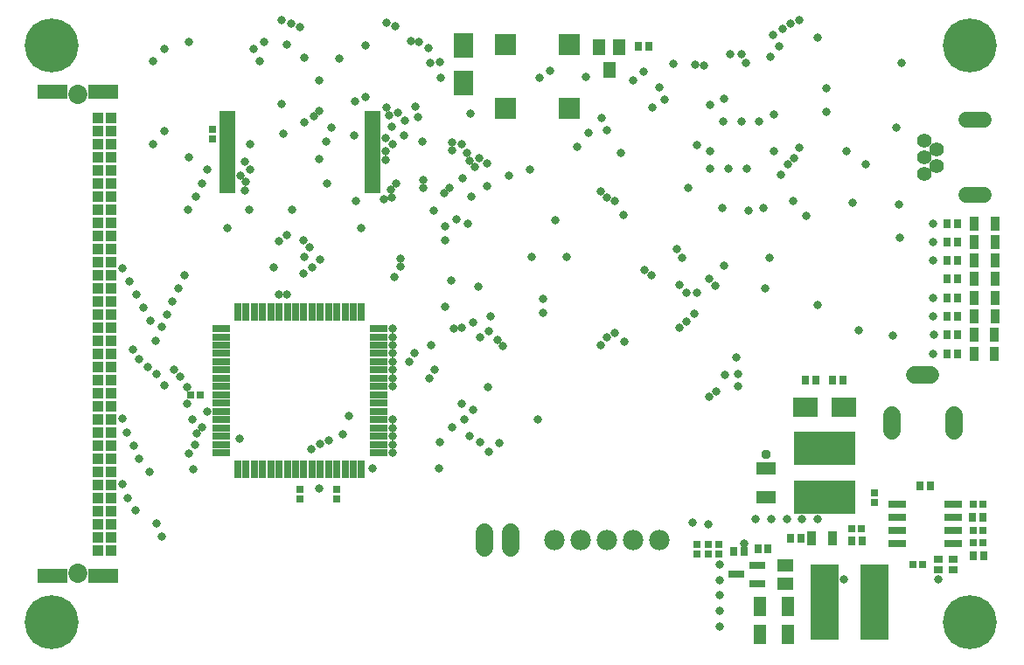
<source format=gbr>
G04 EAGLE Gerber RS-274X export*
G75*
%MOMM*%
%FSLAX34Y34*%
%LPD*%
%INSoldermask Top*%
%IPPOS*%
%AMOC8*
5,1,8,0,0,1.08239X$1,22.5*%
G01*
G04 Define Apertures*
%ADD10C,1.511200*%
%ADD11C,1.411200*%
%ADD12R,1.663700X0.762000*%
%ADD13R,1.623400X1.234400*%
%ADD14R,0.738300X0.847200*%
%ADD15R,0.847200X0.738300*%
%ADD16R,0.762000X0.711200*%
%ADD17R,0.711200X0.762000*%
%ADD18R,0.914400X1.447800*%
%ADD19R,1.524000X0.762000*%
%ADD20C,1.711200*%
%ADD21R,2.383600X1.833200*%
%ADD22R,0.763200X0.832300*%
%ADD23R,1.955800X1.168400*%
%ADD24R,1.168400X1.955800*%
%ADD25R,5.892800X3.203200*%
%ADD26R,2.703200X7.303200*%
%ADD27R,0.711200X1.676400*%
%ADD28R,1.676400X0.711200*%
%ADD29C,1.981200*%
%ADD30C,1.727200*%
%ADD31R,2.003200X2.003200*%
%ADD32R,1.833200X2.383600*%
%ADD33R,1.612900X0.482600*%
%ADD34R,1.203200X1.603200*%
%ADD35C,1.853200*%
%ADD36R,2.903200X1.403200*%
%ADD37R,1.003200X1.003200*%
%ADD38C,0.809600*%
%ADD39C,0.959600*%
%ADD40C,5.219200*%
D10*
X941200Y451996D02*
X923800Y451996D01*
X923800Y524996D02*
X941200Y524996D01*
D11*
X883000Y472496D03*
X895500Y480496D03*
X883000Y488496D03*
X895500Y496496D03*
X883000Y504496D03*
D12*
X856720Y152826D03*
X856720Y140126D03*
X856720Y127426D03*
X856720Y114726D03*
X911202Y114726D03*
X911202Y127426D03*
X911202Y140126D03*
X911202Y152826D03*
D13*
X748713Y75064D03*
X748713Y93454D03*
D14*
X778318Y272531D03*
X768168Y272531D03*
X698564Y106421D03*
X708714Y106421D03*
X763728Y119149D03*
X753578Y119149D03*
D15*
X897170Y99324D03*
X897170Y89174D03*
X911185Y89244D03*
X911185Y99394D03*
D14*
X930397Y102433D03*
X940547Y102433D03*
D16*
X834768Y163661D03*
X834768Y154263D03*
D17*
X939975Y152837D03*
X930577Y152837D03*
D16*
X663415Y103879D03*
X663415Y113277D03*
X684187Y103839D03*
X684187Y113237D03*
X673795Y103882D03*
X673795Y113280D03*
D14*
X804458Y272531D03*
X794308Y272531D03*
D17*
X881696Y94367D03*
X872298Y94367D03*
D14*
X813302Y117003D03*
X823452Y117003D03*
X879110Y170363D03*
X889260Y170363D03*
D17*
X822669Y128703D03*
X813271Y128703D03*
X940100Y127378D03*
X930702Y127378D03*
X940178Y115194D03*
X930780Y115194D03*
D14*
X930028Y140125D03*
X940178Y140125D03*
D18*
X794546Y119021D03*
X774480Y119021D03*
D19*
X721720Y75194D03*
X721720Y93482D03*
X701400Y84338D03*
D20*
X851812Y223363D02*
X851812Y238443D01*
X911812Y238443D02*
X911812Y223363D01*
X889352Y277903D02*
X874272Y277903D01*
D21*
X767934Y246175D03*
X805078Y246175D03*
D22*
X731851Y108869D03*
X722159Y108869D03*
D23*
X729765Y187026D03*
X729765Y159594D03*
D24*
X724184Y26512D03*
X751616Y26512D03*
X724092Y53514D03*
X751524Y53514D03*
D25*
X786506Y159297D03*
X786506Y206287D03*
D26*
X787081Y57998D03*
X835081Y57998D03*
D27*
X218590Y186295D03*
X226464Y186295D03*
X234592Y186295D03*
X242466Y186295D03*
X250594Y186295D03*
X258468Y186295D03*
X266596Y186295D03*
X274470Y186295D03*
X282598Y186295D03*
X290472Y186295D03*
X298600Y186295D03*
X306474Y186295D03*
X314602Y186295D03*
X322476Y186295D03*
X330604Y186295D03*
X338478Y186295D03*
D28*
X354734Y202551D03*
X354734Y210425D03*
X354734Y218553D03*
X354734Y226427D03*
X354734Y234555D03*
X354734Y242429D03*
X354734Y250557D03*
X354734Y258431D03*
X354734Y266559D03*
X354734Y274433D03*
X354734Y282561D03*
X354734Y290435D03*
X354734Y298563D03*
X354734Y306437D03*
X354734Y314565D03*
X354734Y322439D03*
D27*
X338478Y338695D03*
X330604Y338695D03*
X322476Y338695D03*
X314602Y338695D03*
X306474Y338695D03*
X298600Y338695D03*
X290472Y338695D03*
X282598Y338695D03*
X274470Y338695D03*
X266596Y338695D03*
X258468Y338695D03*
X250594Y338695D03*
X242466Y338695D03*
X234592Y338695D03*
X226464Y338695D03*
X218590Y338695D03*
D28*
X202334Y322439D03*
X202334Y314565D03*
X202334Y306437D03*
X202334Y298563D03*
X202334Y290435D03*
X202334Y282561D03*
X202334Y274433D03*
X202334Y266559D03*
X202334Y258431D03*
X202334Y250557D03*
X202334Y242429D03*
X202334Y234555D03*
X202334Y226427D03*
X202334Y218553D03*
X202334Y210425D03*
X202334Y202551D03*
D29*
X626659Y117860D03*
X601259Y117860D03*
X575859Y117860D03*
X550459Y117860D03*
X525059Y117860D03*
D30*
X483170Y125446D02*
X483170Y110206D01*
X457770Y110206D02*
X457770Y125446D01*
D31*
X478141Y597433D03*
X539641Y597433D03*
X539641Y535933D03*
X478141Y535933D03*
D14*
X606632Y595755D03*
X616782Y595755D03*
D32*
X436958Y597339D03*
X436958Y560195D03*
D16*
X278642Y167251D03*
X278642Y157853D03*
X314712Y167251D03*
X314712Y157853D03*
D17*
X182469Y258466D03*
X173071Y258466D03*
D33*
X208868Y531317D03*
X208868Y526317D03*
X208868Y521317D03*
X208868Y516317D03*
X208868Y511317D03*
X208868Y506317D03*
X208868Y501317D03*
X208868Y496317D03*
X208868Y491317D03*
X208868Y486317D03*
X208868Y481317D03*
X208868Y476317D03*
X208868Y471317D03*
X208868Y466317D03*
X208868Y461317D03*
X208868Y456317D03*
X348868Y456317D03*
X348868Y461317D03*
X348868Y466317D03*
X348868Y471317D03*
X348868Y476317D03*
X348868Y481317D03*
X348868Y486317D03*
X348868Y491317D03*
X348868Y496317D03*
X348868Y501317D03*
X348868Y506317D03*
X348868Y511317D03*
X348868Y516317D03*
X348868Y521317D03*
X348868Y526317D03*
X348868Y531317D03*
D34*
X578220Y573525D03*
X568720Y595525D03*
X587720Y595525D03*
D35*
X63500Y549150D03*
X63500Y85850D03*
D36*
X88000Y552000D03*
X39000Y552000D03*
X88000Y83000D03*
X39000Y83000D03*
D37*
X96200Y527050D03*
X96200Y514350D03*
X96200Y501650D03*
X96200Y488950D03*
X96200Y476250D03*
X96200Y463550D03*
X96200Y450850D03*
X96200Y438150D03*
X96200Y425450D03*
X96200Y412750D03*
X96200Y400050D03*
X96200Y387350D03*
X96200Y374650D03*
X96200Y361950D03*
X96200Y349250D03*
X96200Y336550D03*
X96200Y323850D03*
X96200Y311150D03*
X96200Y298450D03*
X96200Y285750D03*
X96200Y273050D03*
X96200Y260350D03*
X96200Y247650D03*
X96200Y234950D03*
X96200Y222250D03*
X96200Y209550D03*
X96200Y196850D03*
X96200Y184150D03*
X96200Y158750D03*
X96200Y146050D03*
X96200Y133350D03*
X96200Y120650D03*
X96200Y107950D03*
X83500Y527050D03*
X83500Y514350D03*
X83500Y501650D03*
X83500Y488950D03*
X83500Y476250D03*
X83500Y463550D03*
X83500Y450850D03*
X83500Y438150D03*
X83500Y425450D03*
X83500Y412750D03*
X83500Y400050D03*
X83500Y387350D03*
X83500Y374650D03*
X83500Y361950D03*
X83500Y349250D03*
X83500Y336550D03*
X83500Y323850D03*
X83500Y311150D03*
X83500Y298450D03*
X83500Y285750D03*
X83500Y273050D03*
X83500Y260350D03*
X83500Y247650D03*
X83500Y234950D03*
X83500Y222250D03*
X83500Y209550D03*
X83500Y196850D03*
X83500Y184150D03*
X83500Y171450D03*
X83500Y158750D03*
X83500Y146050D03*
X83500Y133350D03*
X83500Y120650D03*
X83500Y107950D03*
X96200Y171450D03*
D18*
X951484Y424583D03*
X931418Y424583D03*
X951478Y298439D03*
X931412Y298439D03*
X951462Y316495D03*
X931396Y316495D03*
X951484Y334481D03*
X931418Y334481D03*
X951484Y352674D03*
X931418Y352674D03*
X951484Y370662D03*
X931418Y370662D03*
X951484Y388612D03*
X931418Y388612D03*
X951484Y406647D03*
X931418Y406647D03*
D14*
X905376Y424583D03*
X915526Y424583D03*
X905376Y406647D03*
X915526Y406647D03*
X905376Y388612D03*
X915526Y388612D03*
X905376Y370662D03*
X915526Y370662D03*
X905376Y352674D03*
X915526Y352674D03*
X905376Y334481D03*
X915526Y334481D03*
X905376Y316495D03*
X915526Y316495D03*
X905376Y298439D03*
X915526Y298439D03*
D16*
X193834Y506669D03*
X193834Y516067D03*
D38*
X673807Y132831D03*
X756408Y446640D03*
X727379Y439112D03*
X814106Y444354D03*
X687392Y439205D03*
X675541Y539074D03*
X737762Y494735D03*
X737819Y530159D03*
X788406Y555094D03*
X675796Y494637D03*
X297246Y167321D03*
X643683Y399889D03*
X331603Y509866D03*
X788486Y532660D03*
X521192Y571987D03*
X510912Y565494D03*
X297790Y562789D03*
X415220Y565494D03*
X780000Y137891D03*
X765000Y137891D03*
X750000Y137891D03*
X735000Y137891D03*
X720000Y137891D03*
X685201Y94001D03*
X685201Y79001D03*
X685201Y64001D03*
X685201Y49001D03*
X685201Y34001D03*
X589453Y493149D03*
X220506Y215826D03*
X169601Y249511D03*
X705948Y522935D03*
X253512Y381959D03*
X229986Y438066D03*
X271459Y437463D03*
X729463Y361743D03*
X689301Y383663D03*
X669980Y577830D03*
X688297Y522935D03*
X723301Y522935D03*
X693844Y477834D03*
X676194Y477834D03*
X711198Y477834D03*
X536634Y391749D03*
X503142Y391749D03*
X297250Y487128D03*
X706487Y588280D03*
X341981Y547339D03*
X689755Y545409D03*
X713527Y436812D03*
X734304Y585673D03*
X826526Y481862D03*
X807976Y494159D03*
X859174Y442851D03*
X859702Y410923D03*
X780025Y345748D03*
X861285Y579797D03*
D39*
X729765Y201095D03*
D40*
X927100Y38100D03*
X927100Y596900D03*
X38100Y596900D03*
X38100Y38100D03*
D38*
X780303Y604405D03*
X695445Y588280D03*
X742876Y596453D03*
X805300Y79514D03*
X897120Y79514D03*
X856017Y517361D03*
X547321Y498908D03*
X601453Y562726D03*
X626862Y556375D03*
X663396Y500832D03*
X661286Y578378D03*
X304352Y504204D03*
X309225Y517385D03*
X508836Y234332D03*
X654514Y458510D03*
X640130Y578859D03*
X708924Y114522D03*
X659176Y134468D03*
X632132Y544429D03*
X372041Y463459D03*
X397917Y466727D03*
X386358Y601092D03*
X367159Y457610D03*
X398147Y459139D03*
X393946Y600472D03*
X426543Y503121D03*
X367864Y450022D03*
X423696Y458928D03*
X435462Y501656D03*
X360276Y448278D03*
X418269Y453624D03*
X337822Y420144D03*
X208876Y420157D03*
X419375Y421570D03*
X440227Y492380D03*
X368486Y322559D03*
X225721Y456275D03*
X430326Y428196D03*
X428046Y322532D03*
X444405Y450871D03*
X368486Y314565D03*
X226031Y464918D03*
X453206Y314307D03*
X460388Y460947D03*
X368486Y306437D03*
X406176Y306775D03*
X221313Y470999D03*
X408235Y436892D03*
X405355Y580150D03*
X368486Y298563D03*
X389604Y298563D03*
X278673Y615082D03*
X746470Y613073D03*
X370977Y615534D03*
X750917Y481719D03*
X753975Y618391D03*
X368486Y290303D03*
X270274Y618372D03*
X362492Y618760D03*
X384286Y290303D03*
X757203Y487958D03*
X368486Y282584D03*
X409552Y282567D03*
X414138Y581241D03*
X316609Y584426D03*
X368486Y274433D03*
X403808Y273977D03*
X266151Y598132D03*
X403087Y594376D03*
X368486Y266559D03*
X230515Y476317D03*
X460823Y265980D03*
X481528Y470512D03*
X514439Y351751D03*
X298600Y210441D03*
X514241Y338106D03*
X305018Y463389D03*
X333260Y445999D03*
X501072Y476551D03*
X306474Y214335D03*
X662964Y356964D03*
X660342Y337080D03*
X362018Y486317D03*
X459853Y482267D03*
X463238Y334168D03*
X653450Y329200D03*
X320573Y219897D03*
X446777Y244171D03*
X653450Y357057D03*
X448327Y479342D03*
X446408Y328885D03*
X362018Y494824D03*
X646087Y364799D03*
X326074Y237974D03*
X435634Y323568D03*
X435779Y250111D03*
X646087Y323882D03*
X368631Y501307D03*
X442936Y484792D03*
X583192Y318213D03*
X348797Y186845D03*
X413446Y186827D03*
X414365Y212657D03*
X453352Y212657D03*
X583224Y446568D03*
X426543Y495533D03*
X362105Y507019D03*
X461313Y320484D03*
X575604Y313882D03*
X461935Y203212D03*
X469959Y311707D03*
X575604Y449525D03*
X575609Y515006D03*
X368087Y518281D03*
X368486Y202551D03*
X570167Y306379D03*
X368486Y210425D03*
X471793Y211609D03*
X475090Y306107D03*
X570157Y455203D03*
X570528Y526386D03*
X373620Y531930D03*
X703003Y266923D03*
X702951Y278423D03*
X289981Y205621D03*
X281969Y408057D03*
X419524Y344200D03*
X419375Y408057D03*
X681109Y363906D03*
X681479Y261605D03*
X675419Y371151D03*
X674860Y256287D03*
X690073Y278096D03*
X701632Y294794D03*
X290450Y381875D03*
X376279Y383007D03*
X380632Y523901D03*
X368486Y218554D03*
X443107Y218423D03*
X451882Y363603D03*
X362543Y537211D03*
X443577Y530580D03*
X452632Y487585D03*
X368486Y226418D03*
X425815Y226703D03*
X230577Y501317D03*
X424897Y369156D03*
X435861Y468060D03*
X368486Y234562D03*
X438122Y234445D03*
X441761Y424384D03*
X365165Y529102D03*
X393286Y527390D03*
X397471Y504156D03*
X298619Y389297D03*
X376279Y390595D03*
X379446Y510005D03*
X282598Y376144D03*
X370493Y372745D03*
X390894Y538026D03*
X283181Y585088D03*
X262316Y511317D03*
X762588Y621808D03*
X260833Y621808D03*
X260820Y540178D03*
X762658Y497545D03*
X744071Y472011D03*
X736776Y607089D03*
X225259Y484585D03*
X282619Y522243D03*
X292615Y527958D03*
X297495Y533810D03*
X619508Y374336D03*
X619780Y537206D03*
X612094Y379518D03*
X611306Y571821D03*
X733439Y390899D03*
X649114Y390899D03*
X710919Y580056D03*
X170403Y438146D03*
X174919Y234364D03*
X233890Y593900D03*
X147949Y593900D03*
X147949Y514350D03*
X239784Y581450D03*
X136423Y581450D03*
X136423Y501650D03*
X244111Y599962D03*
X171398Y488783D03*
X171398Y599962D03*
X145369Y121072D03*
X147484Y267959D03*
X139576Y133640D03*
X139864Y278260D03*
X119725Y146244D03*
X131527Y285647D03*
X112236Y158731D03*
X123195Y292564D03*
X117066Y302032D03*
X106968Y171730D03*
X133762Y330401D03*
X133548Y184150D03*
X127068Y343148D03*
X123363Y196860D03*
X120502Y355638D03*
X117871Y209565D03*
X113353Y368173D03*
X111358Y222100D03*
X106610Y235485D03*
X106788Y381224D03*
X150411Y336565D03*
X177506Y210423D03*
X144979Y323906D03*
X171143Y201745D03*
X139465Y310986D03*
X175436Y186356D03*
X166979Y374540D03*
X169601Y265816D03*
X189300Y476324D03*
X189298Y242513D03*
X183593Y463581D03*
X183822Y226765D03*
X177897Y450861D03*
X178794Y221062D03*
X266301Y413549D03*
X266424Y356007D03*
X258439Y355470D03*
X258815Y407700D03*
X155068Y348974D03*
X156596Y282889D03*
X161321Y361818D03*
X162946Y276381D03*
X283033Y391883D03*
X525782Y427245D03*
X592501Y309981D03*
X287868Y401388D03*
X592468Y432563D03*
X892091Y424583D03*
X892091Y406647D03*
X892091Y388612D03*
X769163Y431493D03*
X820176Y320971D03*
X853196Y316163D03*
X892091Y352674D03*
X892091Y334481D03*
X892644Y316495D03*
X892085Y298439D03*
X555780Y566215D03*
X558623Y512589D03*
X342031Y596882D03*
X332408Y543039D03*
M02*

</source>
